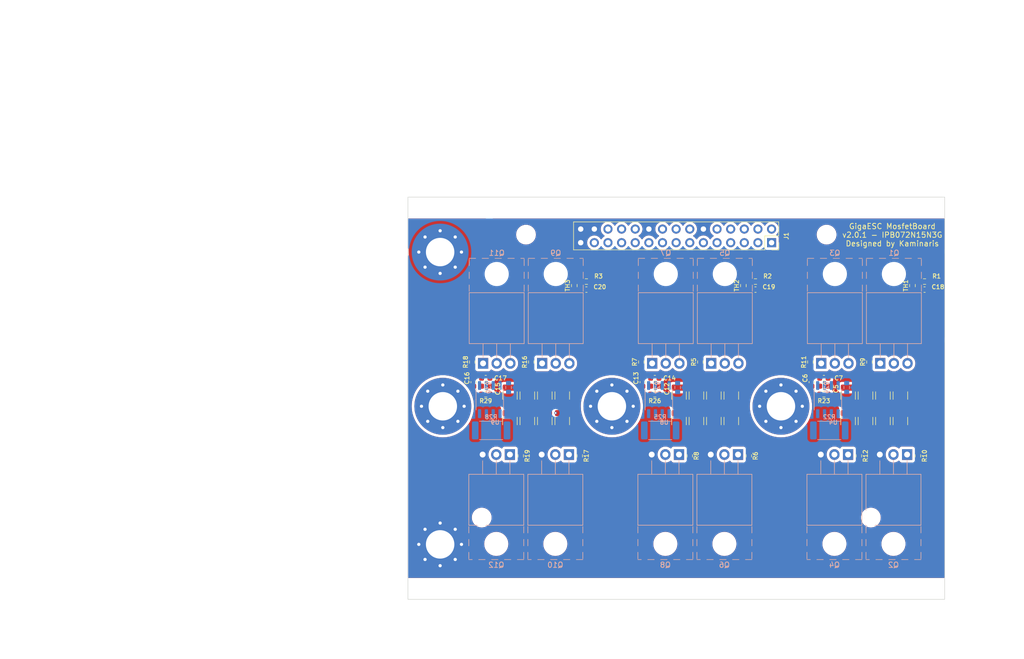
<source format=kicad_pcb>
(kicad_pcb (version 20240108) (generator "pcbnew") (generator_version "8.0")
  (layers (0 "F.Cu" signal) (31 "B.Cu" signal) (34 "B.Paste" user) (35 "F.Paste" user) (36 "B.SilkS" user "B.Silkscreen") (37 "F.SilkS" user "F.Silkscreen") (38 "B.Mask" user) (39 "F.Mask" user) (44 "Edge.Cuts" user))
  (net 0 "")
  (net 1 "Net-(C1-Pad2)")
  (net 2 "Net-(C25-Pad2)")
  (net 3 "Net-(C8-Pad2)")
  (net 4 "Net-(C26-Pad2)")
  (net 5 "Net-(C28-Pad2)")
  (net 6 "Net-(C31-Pad2)")
  (net 7 "Net-(J1-Pin_1)")
  (net 8 "-BATT")
  (net 9 "/3.3V")
  (net 11 "/PhaseMosfets1/MOS_TEMP")
  (net 13 "/PhaseMosfets2/MOS_TEMP")
  (net 14 "/5V")
  (net 15 "/PH1")
  (net 16 "/PHASE1")
  (net 17 "+BATT")
  (net 18 "Net-(C33-Pad2)")
  (net 19 "Net-(C4-Pad1)")
  (net 20 "Net-(C50-Pad2)")
  (net 21 "Net-(C10-Pad2)")
  (net 22 "Net-(C52-Pad2)")
  (net 23 "Net-(C54-Pad2)")
  (net 25 "/PhaseMosfets3/MOS_TEMP")
  (net 27 "Net-(Q3-G)")
  (net 28 "Net-(Q1-G)")
  (net 29 "Net-(Q2-G)")
  (net 30 "Net-(Q4-G)")
  (net 31 "Net-(Q5-G)")
  (net 32 "Net-(Q7-G)")
  (net 33 "Net-(Q8-G)")
  (net 34 "Net-(Q9-G)")
  (net 35 "Net-(Q10-G)")
  (net 36 "Net-(Q6-G)")
  (net 37 "Net-(Q11-G)")
  (net 38 "Net-(Q12-G)")
  (net 39 "/PhaseMosfets1/PHASE_OUT")
  (net 40 "/PhaseMosfets2/PHASE_OUT")
  (net 41 "/PhaseMosfets3/PHASE_OUT")
  (net 42 "/PhaseMosfets1/SH-")
  (net 43 "/PL1")
  (net 44 "/PhaseMosfets1/SH+")
  (net 45 "/PH2")
  (net 46 "/PHASE2")
  (net 47 "/PhaseMosfets2/SH-")
  (net 48 "/PL2")
  (net 49 "/PhaseMosfets2/SH+")
  (net 50 "/PH3")
  (net 51 "/PHASE3")
  (net 52 "/PhaseMosfets3/SH-")
  (net 53 "/PL3")
  (net 54 "/PhaseMosfets3/SH+")
  (net 55 "Net-(U4-VIOUT)")
  (net 56 "Net-(U8-VIOUT)")
  (net 57 "Net-(U9-VIOUT)")
  (net 58 "Net-(U4-FILTER)")
  (net 59 "Net-(U8-FILTER)")
  (net 60 "Net-(U9-FILTER)")
  (footprint "MountingHole:MountingHole_3.2mm_M3_ISO14580" (layer "F.Cu") (at 192.25 113.75)
    (property "Reference" "H9" (hide yes))
    (property "Value" "MountingHole")
    (pad "" np_thru_hole circle (at 0 0) (size 3.2 3.2) (drill 3.2) (layers "*.Cu" "*.Mask"))
  )
  (footprint "Capacitor_SMD:C_1210_3225Metric" (layer "F.Cu") (at 163 95.75 -90)
    (property "Reference" "C11" (hide yes))
    (property "Value" "10u 100V")
    (pad "1" smd roundrect (at -1.475 0 270) (size 1.15 2.7) (layers "F.Cu" "F.Paste" "F.Mask") (roundrect_rratio 0.2173913043) (net 21 "Net-(C10-Pad2)"))
    (pad "2" smd roundrect (at 1.475 0 270) (size 1.15 2.7) (layers "F.Cu" "F.Paste" "F.Mask") (roundrect_rratio 0.2173913043) (net 8 "-BATT"))
  )
  (footprint "MountingHole:MountingHole_5.3mm_M5_Pad_Via" (layer "F.Cu") (at 175.5 93)
    (property "Reference" "H1" (hide yes))
    (property "Value" "MountingHole_Pad")
    (pad "1" thru_hole circle (at -3.975 0) (size 0.9 0.9) (drill 0.6) (layers "*.Cu" "*.Mask") (net 39 "/PhaseMosfets1/PHASE_OUT"))
    (pad "1" thru_hole circle (at -2.810749 -2.810749) (size 0.9 0.9) (drill 0.6) (layers "*.Cu" "*.Mask") (net 39 "/PhaseMosfets1/PHASE_OUT"))
    (pad "1" thru_hole circle (at -2.810749 2.810749) (size 0.9 0.9) (drill 0.6) (layers "*.Cu" "*.Mask") (net 39 "/PhaseMosfets1/PHASE_OUT"))
    (pad "1" thru_hole circle (at 0 -3.975) (size 0.9 0.9) (drill 0.6) (layers "*.Cu" "*.Mask") (net 39 "/PhaseMosfets1/PHASE_OUT"))
    (pad "1" thru_hole circle (at 0 0) (size 10.6 10.6) (drill 5.3) (layers "*.Cu" "*.Mask") (net 39 "/PhaseMosfets1/PHASE_OUT"))
    (pad "1" thru_hole circle (at 0 3.975) (size 0.9 0.9) (drill 0.6) (layers "*.Cu" "*.Mask") (net 39 "/PhaseMosfets1/PHASE_OUT"))
    (pad "1" thru_hole circle (at 2.810749 -2.810749) (size 0.9 0.9) (drill 0.6) (layers "*.Cu" "*.Mask") (net 39 "/PhaseMosfets1/PHASE_OUT"))
    (pad "1" thru_hole circle (at 2.810749 2.810749) (size 0.9 0.9) (drill 0.6) (layers "*.Cu" "*.Mask") (net 39 "/PhaseMosfets1/PHASE_OUT"))
    (pad "1" thru_hole circle (at 3.975 0) (size 0.9 0.9) (drill 0.6) (layers "*.Cu" "*.Mask") (net 39 "/PhaseMosfets1/PHASE_OUT"))
  )
  (footprint "Resistor_SMD:R_0603_1608Metric" (layer "F.Cu") (at 192 84.75 -90)
    (property "Reference" "R9" (at 0 1.25 -90) (layer "F.SilkS") (effects (font (size 0.8 0.8))))
    (property "Value" "2.2")
    (pad "1" smd roundrect (at -0.825 0 270) (size 0.8 0.95) (layers "F.Cu" "F.Paste" "F.Mask") (net 15 "/PH1"))
    (pad "2" smd roundrect (at 0.825 0 270) (size 0.8 0.95) (layers "F.Cu" "F.Paste" "F.Mask") (net 28 "Net-(Q1-G)"))
  )
  (footprint "Capacitor_SMD:C_0603_1608Metric" (layer "F.Cu") (at 183.5 87.75 180)
    (property "Reference" "C7" (at -2.75 0 0) (layer "F.SilkS") (effects (font (size 0.8 0.8))))
    (property "Value" "1n")
    (pad "1" smd roundrect (at -0.775 0 180) (size 0.9 0.95) (layers "F.Cu" "F.Paste" "F.Mask") (net 55 "Net-(U4-VIOUT)"))
    (pad "2" smd roundrect (at 0.775 0 180) (size 0.9 0.95) (layers "F.Cu" "F.Paste" "F.Mask") (net 42 "/PhaseMosfets1/SH-"))
  )
  (footprint "Capacitor_SMD:C_0603_1608Metric" (layer "F.Cu") (at 181.25 88.5 90)
    (property "Reference" "C6" (at 0.75 -1.25 90) (layer "F.SilkS") (effects (font (size 0.8 0.8))))
    (property "Value" "10n")
    (pad "1" smd roundrect (at -0.775 0 90) (size 0.9 0.95) (layers "F.Cu" "F.Paste" "F.Mask") (net 58 "Net-(U4-FILTER)"))
    (pad "2" smd roundrect (at 0.775 0 90) (size 0.9 0.95) (layers "F.Cu" "F.Paste" "F.Mask") (net 42 "/PhaseMosfets1/SH-"))
  )
  (footprint "Capacitor_SMD:C_1210_3225Metric" (layer "F.Cu") (at 191.25 91 -90)
    (property "Reference" "C50" (hide yes))
    (property "Value" "10u 100V")
    (pad "1" smd roundrect (at -1.475 0 270) (size 1.15 2.7) (layers "F.Cu" "F.Paste" "F.Mask") (roundrect_rratio 0.2173913043) (net 17 "+BATT"))
    (pad "2" smd roundrect (at 1.475 0 270) (size 1.15 2.7) (layers "F.Cu" "F.Paste" "F.Mask") (roundrect_rratio 0.2173913043) (net 20 "Net-(C50-Pad2)"))
  )
  (footprint "Resistor_SMD:R_0603_1608Metric" (layer "F.Cu") (at 118 84.75 -90)
    (property "Reference" "R18" (at 0 1.25 -90) (layer "F.SilkS") (effects (font (size 0.8 0.8))))
    (property "Value" "2.2")
    (pad "1" smd roundrect (at -0.825 0 270) (size 0.8 0.95) (layers "F.Cu" "F.Paste" "F.Mask") (net 50 "/PH3"))
    (pad "2" smd roundrect (at 0.825 0 270) (size 0.8 0.95) (layers "F.Cu" "F.Paste" "F.Mask") (net 37 "Net-(Q11-G)"))
  )
  (footprint "Capacitor_SMD:C_1210_3225Metric" (layer "F.Cu") (at 163 91 -90)
    (property "Reference" "C10" (hide yes))
    (property "Value" "10u 100V")
    (pad "1" smd roundrect (at -1.475 0 270) (size 1.15 2.7) (layers "F.Cu" "F.Paste" "F.Mask") (roundrect_rratio 0.2173913043) (net 17 "+BATT"))
    (pad "2" smd roundrect (at 1.475 0 270) (size 1.15 2.7) (layers "F.Cu" "F.Paste" "F.Mask") (roundrect_rratio 0.2173913043) (net 21 "Net-(C10-Pad2)"))
  )
  (footprint "Resistor_SMD:R_0603_1608Metric" (layer "F.Cu") (at 169.5 102.25 -90)
    (property "Reference" "R6" (at 0 -1.25 -90) (layer "F.SilkS") (effects (font (size 0.8 0.8))))
    (property "Value" "2.2")
    (pad "1" smd roundrect (at -0.825 0 270) (size 0.8 0.95) (layers "F.Cu" "F.Paste" "F.Mask") (net 48 "/PL2"))
    (pad "2" smd roundrect (at 0.825 0 270) (size 0.8 0.95) (layers "F.Cu" "F.Paste" "F.Mask") (net 36 "Net-(Q6-G)"))
  )
  (footprint "Capacitor_SMD:C_1210_3225Metric" (layer "F.Cu") (at 188 91 -90)
    (property "Reference" "C28" (hide yes))
    (property "Value" "10u 100V")
    (pad "1" smd roundrect (at -1.475 0 270) (size 1.15 2.7) (layers "F.Cu" "F.Paste" "F.Mask") (roundrect_rratio 0.2173913043) (net 17 "+BATT"))
    (pad "2" smd roundrect (at 1.475 0 270) (size 1.15 2.7) (layers "F.Cu" "F.Paste" "F.Mask") (roundrect_rratio 0.2173913043) (net 5 "Net-(C28-Pad2)"))
  )
  (footprint "MountingHole:MountingHole_3.2mm_M3_ISO14580" (layer "F.Cu") (at 184 61)
    (property "Reference" "H7" (hide yes))
    (property "Value" "MountingHole")
    (pad "" np_thru_hole circle (at 0 0) (size 3.2 3.2) (drill 3.2) (layers "*.Cu" "*.Mask"))
  )
  (footprint "MountingHole:MountingHole_5.3mm_M5_Pad_Via" (layer "F.Cu") (at 112 118.75)
    (property "Reference" "H4" (hide yes))
    (property "Value" "MountingHole_Pad")
    (pad "1" thru_hole circle (at -3.975 0) (size 0.9 0.9) (drill 0.6) (layers "*.Cu" "*.Mask") (net 8 "-BATT"))
    (pad "1" thru_hole circle (at -2.810749 -2.810749) (size 0.9 0.9) (drill 0.6) (layers "*.Cu" "*.Mask") (net 8 "-BATT"))
    (pad "1" thru_hole circle (at -2.810749 2.810749) (size 0.9 0.9) (drill 0.6) (layers "*.Cu" "*.Mask") (net 8 "-BATT"))
    (pad "1" thru_hole circle (at 0 -3.975) (size 0.9 0.9) (drill 0.6) (layers "*.Cu" "*.Mask") (net 8 "-BATT"))
    (pad "1" thru_hole circle (at 0 0) (size 10.6 10.6) (drill 5.3) (layers "*.Cu" "*.Mask") (net 8 "-BATT"))
    (pad "1" thru_hole circle (at 0 3.975) (size 0.9 0.9) (drill 0.6) (layers "*.Cu" "*.Mask") (net 8 "-BATT"))
    (pad "1" thru_hole circle (at 2.810749 -2.810749) (size 0.9 0.9) (drill 0.6) (layers "*.Cu" "*.Mask") (net 8 "-BATT"))
    (pad "1" thru_hole circle (at 2.810749 2.810749) (size 0.9 0.9) (drill 0.6) (layers "*.Cu" "*.Mask") (net 8 "-BATT"))
    (pad "1" thru_hole circle (at 3.975 0) (size 0.9 0.9) (drill 0.6) (layers "*.Cu" "*.Mask") (net 8 "-BATT"))
  )
  (footprint "Capacitor_SMD:C_0603_1608Metric" (layer "F.Cu") (at 152 87.75 180)
    (property "Reference" "C14" (at -2.75 0 0) (layer "F.SilkS") (effects (font (size 0.8 0.8))))
    (property "Value" "1n")
    (pad "1" smd roundrect (at -0.775 0 180) (size 0.9 0.95) (layers "F.Cu" "F.Paste" "F.Mask") (net 56 "Net-(U8-VIOUT)"))
    (pad "2" smd roundrect (at 0.775 0 180) (size 0.9 0.95) (layers "F.Cu" "F.Paste" "F.Mask") (net 47 "/PhaseMosfets2/SH-"))
  )
  (footprint "Resistor_SMD:R_0603_1608Metric" (layer "F.Cu") (at 201 102.25 -90)
    (property "Reference" "R10" (at 0 -1.25 -90) (layer "F.SilkS") (effects (font (size 0.8 0.8))))
    (property "Value" "2.2")
    (pad "1" smd roundrect (at -0.825 0 270) (size 0.8 0.95) (layers "F.Cu" "F.Paste" "F.Mask") (net 43 "/PL1"))
    (pad "2" smd roundrect (at 0.825 0 270) (size 0.8 0.95) (layers "F.Cu" "F.Paste" "F.Mask") (net 29 "Net-(Q2-G)"))
  )
  (footprint "Resistor_SMD:R_0603_1608Metric" (layer "F.Cu") (at 158.5 102.25 -90)
    (property "Reference" "R8" (at 0 -1.25 -90) (layer "F.SilkS") (effects (font (size 0.8 0.8))))
    (property "Value" "2.2")
    (pad "1" smd roundrect (at -0.825 0 270) (size 0.8 0.95) (layers "F.Cu" "F.Paste" "F.Mask") (net 48 "/PL2"))
    (pad "2" smd roundrect (at 0.825 0 270) (size 0.8 0.95) (layers "F.Cu" "F.Paste" "F.Mask") (net 33 "Net-(Q8-G)"))
  )
  (footprint "Capacitor_SMD:C_0603_1608Metric" (layer "F.Cu") (at 152 89.25)
    (property "Reference" "C12" (at 2.25 0.5 90) (layer "F.SilkS") (effects (font (size 0.8 0.8))))
    (property "Value" "100n")
    (pad "1" smd roundrect (at -0.775 0) (size 0.9 0.95) (layers "F.Cu" "F.Paste" "F.Mask") (net 47 "/PhaseMosfets2/SH-"))
    (pad "2" smd roundrect (at 0.775 0) (size 0.9 0.95) (layers "F.Cu" "F.Paste" "F.Mask") (net 14 "/5V"))
  )
  (footprint "Resistor_SMD:R_0603_1608Metric" (layer "F.Cu") (at 181 84.75 -90)
    (property "Reference" "R11" (at 0 1.25 -90) (layer "F.SilkS") (effects (font (size 0.8 0.8))))
    (property "Value" "2.2")
    (pad "1" smd roundrect (at -0.825 0 270) (size 0.8 0.95) (layers "F.Cu" "F.Paste" "F.Mask") (net 15 "/PH1"))
    (pad "2" smd roundrect (at 0.825 0 270) (size 0.8 0.95) (layers "F.Cu" "F.Paste" "F.Mask") (net 27 "Net-(Q3-G)"))
  )
  (footprint "Capacitor_SMD:C_1210_3225Metric" (layer "F.Cu") (at 197.75 95.75 -90)
    (property "Reference" "C2" (hide yes))
    (property "Value" "10u 100V")
    (pad "1" smd roundrect (at -1.475 0 270) (size 1.15 2.7) (layers "F.Cu" "F.Paste" "F.Mask") (roundrect_rratio 0.2173913043) (net 1 "Net-(C1-Pad2)"))
    (pad "2" smd roundrect (at 1.475 0 270) (size 1.15 2.7) (layers "F.Cu" "F.Paste" "F.Mask") (roundrect_rratio 0.2173913043) (net 8 "-BATT"))
  )
  (footprint "Resistor_SMD:R_0603_1608Metric" (layer "F.Cu") (at 183.5 90.75 180)
    (property "Reference" "R23" (at 0 -1.25 0) (layer "F.SilkS") (effects (font (size 0.8 0.8))))
    (property "Value" "4.7k")
    (pad "1" smd roundrect (at -0.825 0 180) (size 0.8 0.95) (layers "F.Cu" "F.Paste" "F.Mask") (net 44 "/PhaseMosfets1/SH+"))
    (pad "2" smd roundrect (at 0.825 0 180) (size 0.8 0.95) (layers "F.Cu" "F.Paste" "F.Mask") (net 55 "Net-(U4-VIOUT)"))
  )
  (footprint "Resistor_SMD:R_0603_1608Metric" (layer "F.Cu") (at 200 70.5 -90)
    (property "Reference" "TH1" (at 0 1.25 90) (layer "F.SilkS") (effects (font (size 0.8 0.8))))
    (property "Value" "NCP18XH103F03RB")
    (pad "1" smd roundrect (at -0.825 0 270) (size 0.8 0.95) (layers "F.Cu" "F.Paste" "F.Mask") (net 9 "/3.3V"))
    (pad "2" smd roundrect (at 0.825 0 270) (size 0.8 0.95) (layers "F.Cu" "F.Paste" "F.Mask") (net 11 "/PhaseMosfets1/MOS_TEMP"))
  )
  (footprint "Capacitor_SMD:C_1210_3225Metric" (layer "F.Cu") (at 131.5 95.75 -90)
    (property "Reference" "C27" (hide yes))
    (property "Value" "10u 100V")
    (pad "1" smd roundrect (at -1.475 0 270) (size 1.15 2.7) (layers "F.Cu" "F.Paste" "F.Mask") (roundrect_rratio 0.2173913043) (net 4 "Net-(C26-Pad2)"))
    (pad "2" smd roundrect (at 1.475 0 270) (size 1.15 2.7) (layers "F.Cu" "F.Paste" "F.Mask") (roundrect_rratio 0.2173913043) (net 8 "-BATT"))
  )
  (footprint "MountingHole:MountingHole_5.3mm_M5_Pad_Via" (layer "F.Cu") (at 112.5 93)
    (property "Reference" "H3" (hide yes))
    (property "Value" "MountingHole_Pad")
    (pad "1" thru_hole circle (at -3.975 0) (size 0.9 0.9) (drill 0.6) (layers "*.Cu" "*.Mask") (net 41 "/PhaseMosfets3/PHASE_OUT"))
    (pad "1" thru_hole circle (at -2.810749 -2.810749) (size 0.9 0.9) (drill 0.6) (layers "*.Cu" "*.Mask") (net 41 "/PhaseMosfets3/PHASE_OUT"))
    (pad "1" thru_hole circle (at -2.810749 2.810749) (size 0.9 0.9) (drill 0.6) (layers "*.Cu" "*.Mask") (net 41 "/PhaseMosfets3/PHASE_OUT"))
    (pad "1" thru_hole circle (at 0 -3.975) (size 0.9 0.9) (drill 0.6) (layers "*.Cu" "*.Mask") (net 41 "/PhaseMosfets3/PHASE_OUT"))
    (pad "1" thru_hole circle (at 0 0) (size 10.6 10.6) (drill 5.3) (layers "*.Cu" "*.Mask") (net 41 "/PhaseMosfets3/PHASE_OUT"))
    (pad "1" thru_hole circle (at 0 3.975) (size 0.9 0.9) (drill 0.6) (layers "*.Cu" "*.Mask") (net 41 "/PhaseMosfets3/PHASE_OUT"))
    (pad "1" thru_hole circle (at 2.810749 -2.810749) (size 0.9 0.9) (drill 0.6) (layers "*.Cu" "*.Mask") (net 41 "/PhaseMosfets3/PHASE_OUT"))
    (pad "1" thru_hole circle (at 2.810749 2.810749) (size 0.9 0.9) (drill 0.6) (layers "*.Cu" "*.Mask") (net 41 "/PhaseMosfets3/PHASE_OUT"))
    (pad "1" thru_hole circle (at 3.975 0) (size 0.9 0.9) (drill 0.6) (layers "*.Cu" "*.Mask") (net 41 "/PhaseMosfets3/PHASE_OUT"))
  )
  (footprint "Capacitor_SMD:C_1210_3225Metric" (layer "F.Cu") (at 156.5 95.75 -90)
    (property "Reference" "C32" (hide yes))
    (property "Value" "10u 100V")
    (pad "1" smd roundrect (at -1.475 0 270) (size 1.15 2.7) (layers "F.Cu" "F.Paste" "F.Mask") (roundrect_rratio 0.2173913043) (net 6 "Net-(C31-Pad2)"))
    (pad "2" smd roundrect (at 1.475 0 270) (size 1.15 2.7) (layers "F.Cu" "F.Paste" "F.Mask") (roundrect_rratio 0.2173913043) (net 8 "-BATT"))
  )
  (footprint "Capacitor_SMD:C_1210_3225Metric" (layer "F.Cu") (at 125 95.75 -90)
    (property "Reference" "C49" (hide yes))
    (property "Value" "10u 100V")
    (pad "1" smd roundrect (at -1.475 0 270) (size 1.15 2.7) (layers "F.Cu" "F.Paste" "F.Mask") (roundrect_rratio 0.2173913043) (net 18 "Net-(C33-Pad2)"))
    (pad "2" smd roundrect (at 1.475 0 270) (size 1.15 2.7) (layers "F.Cu" "F.Paste" "F.Mask") (roundrect_rratio 0.2173913043) (net 8 "-BATT"))
  )
  (footprint "Capacitor_SMD:C_0603_1608Metric" (layer "F.Cu") (at 120.5 87.75 180)
    (property "Reference" "C17" (at -2.75 0 0) (layer "F.SilkS") (effects (font (size 0.8 0.8))))
    (property "Value" "1n")
    (pad "1" smd roundrect (at -0.775 0 180) (size 0.9 0.95) (layers "F.Cu" "F.Paste" "F.Mask") (net 57 "Net-(U9-VIOUT)"))
    (pad "2" smd roundrect (at 0.775 0 180) (size 0.9 0.95) (layers "F.Cu" "F.Paste" "F.Mask") (net 52 "/PhaseMosfets3/SH-"))
  )
  (footprint "Resistor_SMD:R_0603_1608Metric" (layer "F.Cu") (at 120.5 90.75 180)
    (property "Reference" "R29" (at 0 -1.25 0) (layer "F.SilkS") (effects (font (size 0.8 0.8))))
    (property "Value" "4.7k")
    (pad "1" smd roundrect (at -0.825 0 180) (size 0.8 0.95) (layers "F.Cu" "F.Paste" "F.Mask") (net 54 "/PhaseMosfets3/SH+"))
    (pad "2" smd roundrect (at 0.825 0 180) (size 0.8 0.95) (layers "F.Cu" "F.Paste" "F.Mask") (net 57 "Net-(U9-VIOUT)"))
  )
  (footprint "Capacitor_SMD:C_0603_1608Metric" (layer "F.Cu") (at 183.5 89.25)
    (property "Reference" "C5" (at 2.25 0.5 90) (layer "F.SilkS") (effects (font (size 0.8 0.8))))
    (property "Value" "100n")
    (pad "1" smd roundrect (at -0.775 0) (size 0.9 0.95) (layers "F.Cu" "F.Paste" "F.Mask") (net 42 "/PhaseMosfets1/SH-"))
    (pad "2" smd roundrect (at 0.775 0) (size 0.9 0.95) (layers "F.Cu" "F.Paste" "F.Mask") (net 14 "/5V"))
  )
  (footprint "Capacitor_SMD:C_1210_3225Metric" (layer "F.Cu") (at 159.75 91 -90)
    (property "Reference" "C52" (hide yes))
    (property "Value" "10u 100V")
    (pad "1" smd roundrect (at -1.475 0 270) (size 1.15 2.7) (layers "F.Cu" "F.Paste" "F.Mask") (roundrect_rratio 0.2173913043) (net 17 "+BATT"))
    (pad "2" smd roundrect (at 1.475 0 270) (size 1.15 2.7) (layers "F.Cu" "F.Paste" "F.Mask") (roundrect_rratio 0.2173913043) (net 22 "Net-(C52-Pad2)"))
  )
  (footprint "Connector_PinSocket_2.54mm:PinSocket_2x15_P2.54mm_Vertical" (layer "F.Cu") (at 173.75 62.5 -90)
    (property "Reference" "J1" (at -1.25 -2.75 90) (layer "F.SilkS") (effects (font (size 0.8 0.8))))
    (property "Value" "LogicConnector")
    (pad "1" thru_hole rect (at 0 0 270) (size 1.7 1.7) (drill 1) (layers "*.Cu" "*.Mask") (net 7 "Net-(J1-Pin_1)"))
    (pad "2" thru_hole oval (at -2.54 0 270) (size 1.7 1.7) (drill 1) (layers "*.Cu" "*.Mask") (net 9 "/3.3V"))
    (pad "3" thru_hole oval (at 0 2.54 270) (size 1.7 1.7) (drill 1) (layers "*.Cu" "*.Mask"))
    (pad "4" thru_hole oval (at -2.54 2.54 270) (size 1.7 1.7) (drill 1) (layers "*.Cu" "*.Mask") (net 14 "/5V"))
    (pad "5" thru_hole oval (at 0 5.08 270) (size 1.7 1.7) (drill 1) (layers "*.Cu" "*.Mask") (net 11 "/PhaseMosfets1/MOS_TEMP"))
    (pad "6" thru_hole oval (at -2.54 5.08 270) (size 1.7 1.7) (drill 1) (layers "*.Cu" "*.Mask") (net 15 "/PH1"))
    (pad "7" thru_hole oval (at 0 7.62 270) (size 1.7 1.7) (drill 1) (layers "*.Cu" "*.Mask"))
    (pad "8" thru_hole oval (at -2.54 7.62 270) (size 1.7 1.7) (drill 1) (layers "*.Cu" "*.Mask") (net 16 "/PHASE1"))
    (pad "9" thru_hole oval (at 0 10.16 270) (size 1.7 1.7) (drill 1) (layers "*.Cu" "*.Mask") (net 42 "/PhaseMosfets1/SH-"))
    (pad "10" thru_hole oval (at -2.54 10.16 270) (size 1.7 1.7) (drill 1) (layers "*.Cu" "*.Mask") (net 43 "/PL1"))
    (pad "11" thru_hole oval (at 0 12.7 270) (size 1.7 1.7) (drill 1) (layers "*.Cu" "*.Mask") (net 44 "/PhaseMosfets1/SH+"))
    (pad "12" thru_hole oval (at -2.54 12.7 270) (size 1.7 1.7) (drill 1) (layers "*.Cu" "*.Mask") (net 8 "-BATT"))
    (pad "13" thru_hole oval (at 0 15.24 270) (size 1.7 1.7) (drill 1) (layers "*.Cu" "*.Mask") (net 13 "/PhaseMosfets2/MOS_TEMP"))
    (pad "14" thru_hole oval (at -2.54 15.24 270) (size 1.7 1.7) (drill 1) (layers "*.Cu" "*.Mask") (net 45 "/PH2"))
    (pad "15" thru_hole oval (at 0 17.78 270) (size 1.7 1.7) (drill 1) (layers "*.Cu" "*.Mask"))
    (pad "16" thru_hole oval (at -2.54 17.78 270) (size 1.7 1.7) (drill 1) (layers "*.Cu" "*.Mask") (net 46 "/PHASE2"))
    (pad "17" thru_hole oval (at 0 20.32 270) (size 1.7 1.7) (drill 1) (layers "*.Cu" "*.Mask") (net 47 "/PhaseMosfets2/SH-"))
    (pad "18" thru_hole oval (at -2.54 20.32 270) (size 1.7 1.7) (drill 1) (layers "*.Cu" "*.Mask") (net 48 "/PL2"))
    (pad "19" thru_hole oval (at 0 22.86 270) (size 1.7 1.7) (drill 1) (layers "*.Cu" "*.Mask") (net 49 "/PhaseMosfets2/SH+"))
    (pad "20" thru_hole oval (at -2.54 22.86 270) (size 1.7 1.7) (drill 1) (layers "*.Cu" "*.Mask") (net 8 "-BATT"))
    (pad "21" thru_hole oval (at 0 25.4 270) (size 1.7 1.7) (drill 1) (layers "*.Cu" "*.Mask") (net 25 "/PhaseMosfets3/MOS_TEMP"))
    (pad "22" thru_hole oval (at -2.54 25.4 270) (size 1.7 1.7) (drill 1) (layers "*.Cu" "*.Mask") (net 50 "/PH3"))
    (pad "23" thru_hole oval (at 0 27.94 270) (size 1.7 1.7) (drill 1) (layers "*.Cu" "*.Mask"))
    (pad "24" thru_hole oval (at -2.54 27.94 270) (size 1.7 1.7) (drill 1) (layers "*.Cu" "*.Mask") (net 51 "/PHASE3"))
    (pad "25" thru_hole oval (at 0 30.48 270) (size 1.7 1.7) (drill 1) (layers "*.Cu" "*.Mask") (net 52 "/PhaseMosfets3/SH-"))
    (pad "26" thru_hole oval (at -2.54 30.48 270) (size 1.7 1.7) (drill 1) (layers "*.Cu" "*.Mask") (net 53 "/PL3"))
    (pad "27" thru_hole oval (at 0 33.02 270) (size 1.7 1.7) (drill 1) (layers "*.Cu" "*.Mask") (net 54 "/PhaseMosfets3/SH+"))
    (pad "28" thru_hole oval (at -2.54 33.02 270) (size 1.7 1.7) (drill 1) (layers "*.Cu" "*.Mask") (net 8 "-BATT"))
    (pad "29" thru_hole oval (at 0 35.56 270) (size 1.7 1.7) (drill 1) (layers "*.Cu" "*.Mask") (net 8 "-BATT"))
    (pad "30" thru_hole oval (at -2.54 35.56 270) (size 1.7 1.7) (drill 1) (layers "*.Cu" "*.Mask") (net 8 "-BATT"))
  )
  (footprint "Capacitor_SMD:C_0603_1608Metric" (layer "F.Cu") (at 202.25 71.25)
    (property "Reference" "C18" (at 2.5 -0.5 0) (layer "F.SilkS") (effects (font (size 0.8 0.8))))
    (property "Value" "1u")
    (pad "1" smd roundrect (at -0.775 0) (size 0.9 0.95) (layers "F.Cu" "F.Paste" "F.Mask") (net 11 "/PhaseMosfets1/MOS_TEMP"))
    (pad "2" smd roundrect (at 0.775 0) (size 0.9 0.95) (layers "F.Cu" "F.Paste" "F.Mask") (net 8 "-BATT"))
  )
  (footprint "Capacitor_SMD:C_1210_3225Metric" (layer "F.Cu") (at 194.5 95.75 -90)
    (property "Reference" "C9" (hide yes))
    (property "Value" "10u 100V")
    (pad "1" smd roundrect (at -1.475 0 270) (size 1.15 2.7) (layers "F.Cu" "F.Paste" "F.Mask") (roundrect_rratio 0.2173913043) (net 3 "Net-(C8-Pad2)"))
    (pad "2" smd roundrect (at 1.475 0 270) (size 1.15 2.7) (layers "F.Cu" "F.Paste" "F.Mask") (roundrect_rratio 0.2173913043) (net 8 "-BATT"))
  )
  (footprint "Resistor_SMD:R_0603_1608Metric" (layer "F.Cu") (at 168.5 70.5 -90)
    (property "Reference" "TH2" (at 0 1.25 90) (layer "F.SilkS") (effects (font (size 0.8 0.8))))
    (property "Value" "NCP18XH103F03RB")
    (pad "1" smd roundrect (at -0.825 0 270) (size 0.8 0.95) (layers "F.Cu" "F.Paste" "F.Mask") (net 9 "/3.3V"))
    (pad "2" smd roundrect (at 0.825 0 270) (size 0.8 0.95) (layers "F.Cu" "F.Paste" "F.Mask") (net 13 "/PhaseMosfets2/MOS_TEMP"))
  )
  (footprint "Capacitor_SMD:C_1210_3225Metric" (layer "F.Cu") (at 134.75 91 -90)
    (property "Reference" "C48" (hide yes))
    (property "Value" "10u 100V")
    (pad "1" smd roundrect (at -1.475 0 270) (size 1.15 2.7) (layers "F.Cu" "F.Paste" "F.Mask") (roundrect_rratio 0.2173913043) (net 17 "+BATT"))
    (pad "2" smd roundrect (at 1.475 0 270) (size 1.15 2.7) (layers "F.Cu" "F.Paste" "F.Mask") (roundrect_rratio 0.2173913043) (net 19 "Net-(C4-Pad1)"))
  )
  (footprint "Resistor_SMD:R_0603_1608Metric" (layer "F.Cu") (at 138 102.25 -90)
    (property "Reference" "R17" (at 0 -1.25 -90) (layer "F.SilkS") (effects (font (size 0.8 0.8))))
    (property "Value" "2.2")
    (pad "1" smd roundrect (at -0.825 0 270) (size 0.8 0.95) (layers "F.Cu" "F.Paste" "F.Mask") (net 53 "/PL3"))
    (pad "2" smd roundrect (at 0.825 0 270) (size 0.8 0.95) (layers "F.Cu" "F.Paste" "F.Mask") (net 35 "Net-(Q10-G)"))
  )
  (footprint "Capacitor_SMD:C_0603_1608Metric" (layer "F.Cu") (at 120.5 89.25)
    (property "Reference" "C15" (at 2.25 0.5 90) (layer "F.SilkS") (effects (font (size 0.8 0.8))))
    (property "Value" "100n")
    (pad "1" smd roundrect (at -0.775 0) (size 0.9 0.95) (layers "F.Cu" "F.Paste" "F.Mask") (net 52 "/PhaseMosfets3/SH-"))
    (pad "2" smd roundrect (at 0.775 0) (size 0.9 0.95) (layers "F.Cu" "F.Paste" "F.Mask") (net 14 "/5V"))
  )
  (footprint "Capacitor_SMD:C_0603_1608Metric" (layer "F.Cu") (at 139.25 71.25)
    (property "Reference" "C20" (at 2.5 -0.5 0) (layer "F.SilkS") (effects (font (size 0.8 0.8))))
    (property "Value" "1u")
    (pad "1" smd roundrect (at -0.775 0) (size 0.9 0.95) (layers "F.Cu" "F.Paste" "F.Mask") (net 25 "/PhaseMosfets3/MOS_TEMP"))
    (pad "2" smd roundrect (at 0.775 0) (size 0.9 0.95) (layers "F.Cu" "F.Paste" "F.Mask") (net 8 "-BATT"))
  )
  (footprint "Capacitor_SMD:C_1210_3225Metric" (layer "F.Cu") (at 166.25 91 -90)
    (property "Reference" "C25" (hide yes))
    (property "Value" "10u 100V")
    (pad "1" smd roundrect (at -1.475 0 270) (size 1.15 2.7) (layers "F.Cu" "F.Paste" "F.Mask") (roundrect_rratio 0.2173913043) (net 17 "+BATT"))
    (pad "2" smd roundrect (at 1.475 0 270) (size 1.15 2.7) (layers "F.Cu" "F.Paste" "F.Mask") (roundrect_rratio 0.2173913043) (net 2 "Net-(C25-Pad2)"))
  )
  (footprint "Resistor_SMD:R_0603_1608Metric" (layer "F.Cu") (at 190 102.25 -90)
    (property "Reference" "R12" (at 0 -1.25 -90) (layer "F.SilkS") (effects (font (size 0.8 0.8))))
    (property "Value" "2.2")
    (pad "1" smd roundrect (at -0.825 0 270) (size 0.8 0.95) (layers "F.Cu" "F.Paste" "F.Mask") (net 43 "/PL1"))
    (pad "2" smd roundrect (at 0.825 0 270) (size 0.8 0.95) (layers "F.Cu" "F.Paste" "F.Mask") (net 30 "Net-(Q4-G)"))
  )
  (footprint "Capacitor_SMD:C_1210_3225Metric" (layer "F.Cu") (at 128.25 95.75 -90)
    (property "Reference" "C55" (hide yes))
    (property "Value" "10u 100V")
    (pad "1" smd roundrect (at -1.475 0 270) (size 1.15 2.7) (layers "F.Cu" "F.Paste" "F.Mask") (roundrect_rratio 0.2173913043) (net 23 "Net-(C54-Pad2)"))
    (pad "2" smd roundrect (at 1.475 0 270) (size 1.15 2.7) (layers "F.Cu" "F.Paste" "F.Mask") (roundrect_rratio 0.2173913043) (net 8 "-BATT"))
  )
  (footprint "Capacitor_SMD:C_1210_3225Metric" (layer "F.Cu") (at 197.75 91 -90)
    (property "Reference" "C1" (hide yes))
    (property "Value" "10u 100V")
    (pad "1" smd roundrect (at -1.475 0 270) (size 1.15 2.7) (layers "F.Cu" "F.Paste" "F.Mask") (roundrect_rratio 0.2173913043) (net 17 "+BATT"))
    (pad "2" smd roundrect (at 1.475 0 270) (size 1.15 2.7) (layers "F.Cu" "F.Paste" "F.Mask") (roundrect_rratio 0.2173913043) (net 1 "Net-(C1-Pad2)"))
  )
  (footprint "MountingHole:MountingHole_5.3mm_M5_Pad_Via" (layer "F.Cu") (at 112 64.25)
    (property "Reference" "H5" (hide yes))
    (property "Value" "MountingHole_Pad")
    (pad "1" thru_hole circle (at -3.975 0) (size 0.9 0.9) (drill 0.6) (layers "*.Cu" "*.Mask") (net 17 "+BATT"))
    (pad "1" thru_hole circle (at -2.810749 -2.810749) (size 0.9 0.9) (drill 0.6) (layers "*.Cu" "*.Mask") (net 17 "+BATT"))
    (pad "1" thru_hole circle (at -2.810749 2.810749) (size 0.9 0.9) (drill 0.6) (layers "*.Cu" "*.Mask") (net 17 "+BATT"))
    (pad "1" thru_hole circle (at 0 -3.975) (size 0.9 0.9) (drill 0.6) (layers "*.Cu" "*.Mask") (net 17 "+BATT"))
    (pad "1" thru_hole circle (at 0 0) (size 10.6 10.6) (drill 5.3) (layers "*.Cu" "*.Mask") (net 17 "+BATT"))
    (pad "1" thru_hole circle (at 0 3.975) (size 0.9 0.9) (drill 0.6) (layers "*.Cu" "*.Mask") (net 17 "+BATT"))
    (pad "1" thru_hole circle (at 2.810749 -2.810749) (size 0.9 0.9) (drill 0.6) (layers "*.Cu" "*.Mask") (net 17 "+BATT"))
    (pad "1" thru_hole circle (at 2.810749 2.810749) (size 0.9 0.9) (drill 0.6) (layers "*.Cu" "*.Mask") (net 17 "+BATT"))
    (pad "1" thru_hole circle (at 3.975 0) (size 0.9 0.9) (drill 0.6) (layers "*.Cu" "*.Mask") (net 17 "+BATT"))
  )
  (footprint "MountingHole:MountingHole_5.3mm_M5_Pad_Via" (layer "F.Cu") (at 144 93)
    (property "Reference" "H2" (hide yes))
    (property "Value" "MountingHole_Pad")
    (pad "1" thru_hole circle (at -3.975 0) (size 0.9 0.9) (drill 0.6) (layers "*.Cu" "*.Mask") (net 40 "/PhaseMosfets2/PHASE_OUT"))
    (pad "1" thru_hole circle (at -2.810749 -2.810749) (size 0.9 0.9) (drill 0.6) (layers "*.Cu" "*.Mask") (net 40 "/PhaseMosfets2/PHASE_OUT"))
    (pad "1" thru_hole circle (at -2.810749 2.810749) (size 0.9 0.9) (drill 0.6) (layers "*.Cu" "*.Mask") (net 40 "/PhaseMosfets2/PHASE_OUT"))
    (pad "1" thru_hole circle (at 0 -3.975) (size 0.9 0.9) (drill 0.6) (layers "*.Cu" "*.Mask") (net 40 "/PhaseMosfets2/PHASE_OUT"))
    (pad "1" thru_hole circle (at 0 0) (size 10.6 10.6) (drill 5.3) (layers "*.Cu" "*.Mask") (net 40 "/PhaseMosfets2/PHASE_OUT"))
    (pad "1" thru_hole circle (at 0 3.975) (size 0.9 0.9) (drill 0.6) (layers "*.Cu" "*.Mask") (net 40 "/PhaseMosfets2/PHASE_OUT"))
    (pad "1" thru_hole circle (at 2.810749 -2.810749) (size 0.9 0.9) (drill 0.6) (layers "*.Cu" "*.Mask") (net 40 "/PhaseMosfets2/PHASE_OUT"))
    (pad "1" thru_hole circle (at 2.810749 2.810749) (size 0.9 0.9) (drill 0.6) (layers "*.Cu" "*.Mask") (net 40 "/PhaseMosfets2/PHASE_OUT"))
    (pad "1" thru_hole circle (at 3.975 0) (size 0.9 0.9) (drill 0.6) (layers "*.Cu" "*.Mask") (net 40 "/PhaseMosfets2/PHASE_OUT"))
  )
  (footprint "Capacitor_SMD:C_0603_1608Metric" (layer "F.Cu") (at 149.75 88.5 90)
    (property "Reference" "C13" (at 0.75 -1.25 90) (layer "F.SilkS") (effects (font (size 0.8 0.8))))
    (property "Value" "10n")
    (pad "1" smd roundrect (at -0.775 0 90) (size 0.9 0.95) (layers "F.Cu" "F.Paste" "F.Mask") (net 59 "Net-(U8-FILTER)"))
    (pad "2" smd roundrect (at 0.775 0 90) (size 0.9 0.95) (layers "F.Cu" "F.Paste" "F.Mask") (net 47 "/PhaseMosfets2/SH-"))
  )
  (footprint "Resistor_SMD:R_0603_1608Metric" (layer "F.Cu") (at 160.5 84.75 -90)
    (property "Reference" "R5" (at 0 1.25 -90) (layer "F.SilkS") (effects (font (size 0.8 0.8))))
    (property "Value" "2.2")
    (pad "1" smd roundrect (at -0.825 0 270) (size 0.8 0.95) (layers "F.Cu" "F.Paste" "F.Mask") (net 45 "/PH2"))
    (pad "2" smd roundrect (at 0.825 0 270) (size 0.8 0.95) (layers "F.Cu" "F.Paste" "F.Mask") (net 31 "Net-(Q5-G)"))
  )
  (footprint "Resistor_SMD:R_0603_1608Metric" (layer "F.Cu") (at 202.25 69.75)
    (property "Reference" "R1" (at 2.25 -1 0) (layer "F.SilkS") (effects (font (size 0.8 0.8))))
    (property "Value" "10k")
    (pad "1" smd roundrect (at -0.825 0) (size 0.8 0.95) (layers "F.Cu" "F.Paste" "F.Mask") (net 11 "/PhaseMosfets1/MOS_TEMP"))
    (pad "2" smd roundrect (at 0.825 0) (size 0.8 0.95) (layers "F.Cu" "F.Paste" "F.Mask") (net 8 "-BATT"))
  )
  (footprint "Capacitor_SMD:C_0603_1608Metric" (layer "F.Cu") (at 170.75 71.25)
    (property "Reference" "C19" (at 2.5 -0.5 0) (layer "F.SilkS") (effects (font (size 0.8 0.8))))
    (property "Value" "1u")
    (pad "1" smd roundrect (at -0.775 0) (size 0.9 0.95) (layers "F.Cu" "F.Paste" "F.Mask") (net 13 "/PhaseMosfets2/MOS_TEMP"))
    (pad "2" smd roundrect (at 0.775 0) (size 0.9 0.95) (layers "F.Cu" "F.Paste" "F.Mask") (net 8 "-BATT"))
  )
  (footprint "Resistor_SMD:R_0603_1608Metric" (layer "F.Cu") (at 152 90.75 180)
    (property "Reference" "R26" (at 0 -1.25 0) (layer "F.SilkS") (effects (font (size 0.8 0.8))))
    (property "Value" "4.7k")
    (pad "1" smd roundrect (at -0.825 0 180) (size 0.8 0.95) (layers "F.Cu" "F.Paste" "F.Mask") (net 49 "/PhaseMosfets2/SH+"))
    (pad "2" smd roundrect (at 0.825 0 180) (size 0.8 0.95) (layers "F.Cu" "F.Paste" "F.Mask") (net 56 "Net-(U8-VIOUT)"))
  )
  (footprint "Resistor_SMD:R_0603_1608Metric" (layer "F.Cu") (at 137 70.5 -90)
    (property "Reference" "TH3" (at 0 1.25 90) (layer "F.SilkS") (effects (font (size 0.8 0.8))))
    (property "Value" "NCP18XH103F03RB")
    (pad "1" smd roundrect (at -0.825 0 270) (size 0.8 0.95) (layers "F.Cu" "F.Paste" "F.Mask") (net 9 "/3.3V"))
    (pad "2" smd roundrect (at 0.825 0 270) (size 0.8 0.95) (layers "F.Cu" "F.Paste" "F.Mask") (net 25 "/PhaseMosfets3/MOS_TEMP"))
  )
  (footprint "Capacitor_SMD:C_1210_3225Metric" (layer "F.Cu") (at 128.25 91 -90)
    (property "Reference" "C54" (hide yes))
    (property "Value" "10u 100V")
    (pad "1" smd roundrect (at -1.475 0 270) (size 1.15 2.7) (layers "F.Cu" "F.Paste" "F.Mask") (roundrect_rratio 0.2173913043) (net 17 "+BATT"))
    (pad "2" smd roundrect (at 1.475 0 270) (size 1.15 2.7) (layers "F.Cu" "F.Paste" "F.Mask") (roundrect_rratio 0.2173913043) (net 23 "Net-(C54-Pad2)"))
  )
  (footprint "Capacitor_SMD:C_1210_3225Metric" (layer "F.Cu") (at 156.5 91 -90)
    (property "Reference" "C31" (hide yes))
    (property "Value" "10u 100V")
    (pad "1" smd roundrect (at -1.475 0 270) (size 1.15 2.7) (layers "F.Cu" "F.Paste" "F.Mask") (roundrect_rratio 0.2173913043) (net 17 "+BATT"))
    (pad "2" smd roundrect (at 1.475 0 270) (size 1.15 2.7) (layers "F.Cu" "F.Paste" "F.Mask") (roundrect_rratio 0.2173913043) (net 6 "Net-(C31-Pad2)"))
  )
  (footprint "Capacitor_SMD:C_1210_3225Metric" (layer "F.Cu") (at 191.25 95.75 -90)
    (property "Reference" "C51" (hide yes))
    (property "Value" "10u 100V")
    (pad "1" smd roundrect (at -1.475 0 270) (size 1.15 2.7) (layers "F.Cu" "F.Paste" "F.Mask") (roundrect_rratio 0.2173913043) (net 20 "Net-(C50-Pad2)"))
    (pad "2" smd roundrect (at 1.475 0 270) (size 1.15 2.7) (layers "F.Cu" "F.Paste" "F.Mask") (roundrect_rratio 0.2173913043) (net 8 "-BATT"))
  )
  (footprint "Capacitor_SMD:C_1210_3225Metric" (layer "F.Cu") (at 125 91 -90)
    (property "Reference" "C33" (hide yes))
    (property "Value" "10u 100V")
    (pad "1" smd roundrect (at -1.475 0 270) (size 1.15 2.7) (layers "F.Cu" "F.Paste" "F.Mask") (roundrect_rratio 0.2173913043) (net 17 "+BATT"))
    (pad "2" smd roundrect (at 1.475 0 270) (size 1.15 2.7) (layers "F.Cu" "F.Paste" "F.Mask") (roundrect_rratio 0.2173913043) (net 18 "Net-(C33-Pad2)"))
  )
  (footprint "Resistor_SMD:R_0603_1608Metric" (layer "F.Cu") (at 149.5 84.75 -90)
    (property "Reference" "R7" (at 0 1.25 -90) (layer "F.SilkS") (effects (font (size 0.8 0.8))))
    (property "Value" "2.2")
    (pad "1" smd roundrect (at -0.825 0 270) (size 0.8 0.95) (layers "F.Cu" "F.Paste" "F.Mask") (net 45 "/PH2"))
    (pad "2" smd roundrect (at 0.825 0 270) (size 0.8 0.95) (layers "F.Cu" "F.Paste" "F.Mask") (net 32 "Net-(Q7-G)"))
  )
  (footprint "MountingHole:MountingHole_3.2mm_M3_ISO14580" (layer "F.Cu") (at 128 61)
    (property "Reference" "H6" (hide yes))
    (property "Value" "MountingHole")
    (pad "" np_thru_hole circle (at 0 0) (size 3.2 3.2) (drill 3.2) (layers "*.Cu" "*.Mask"))
  )
  (footprint "Capacitor_SMD:C_0603_1608Metric" (layer "F.Cu") (at 118.25 88.5 90)
    (property "Reference" "C16" (at 0.75 -1.25 90) (layer "F.SilkS") (effects (font (size 0.8 0.8))))
    (property "Value" "10n")
    (pad "1" smd roundrect (at -0.775 0 90) (size 0.9 0.95) (layers "F.Cu" "F.Paste" "F.Mask") (net 60 "Net-(U9-FILTER)"))
    (pad "2" smd roundrect (at 0.775 0 90) (size 0.9 0.95) (layers "F.Cu" "F.Paste" "F.Mask") (net 52 "/PhaseMosfets3/SH-"))
  )
  (footprint "Capacitor_SMD:C_1210_3225Metric" (layer "F.Cu") (at 134.75 95.75 -90)
    (property "Reference" "C4" (hide yes))
    (property "Value" "10u 100V")
    (pad "1" smd roundrect (at -1.475 0 270) (size 1.15 2.7) (layers "F.Cu" "F.Paste" "F.Mask") (roundrect_rratio 0.2173913043) (net 19 "Net-(C4-Pad1)"))
    (pad "2" smd roundrect (at 1.475 0 270) (size 1.15 2.7) (layers "F.Cu" "F.Paste" "F.Mask") (roundrect_rratio 0.2173913043) (net 8 "-BATT"))
  )
  (footprint "Capacitor_SMD:C_1210_3225Metric" (layer "F.Cu") (at 159.75 95.75 -90)
    (property "Reference" "C53" (hide yes))
    (property "Value" "10u 100V")
    (pad "1" smd roundrect (at -1.475 0 270) (size 1.15 2.7) (layers "F.Cu" "F.Paste" "F.Mask") (roundrect_rratio 0.2173913043) (net 22 "Net-(C52-Pad2)"))
    (pad "2" smd roundrect (at 1.475 0 270) (size 1.15 2.7) (layers "F.Cu" "F.Paste" "F.Mask") (roundrect_rratio 0.2173913043) (net 8 "-BATT"))
  )
  (footprint "Resistor_SMD:R_0603_1608Metric" (layer "F.Cu") (at 129 84.75 -90)
    (property "Reference" "R16" (at 0 1.25 -90) (layer "F.SilkS") (effects (font (size 0.8 0.8))))
    (property "Value" "2.2")
    (pad "1" smd roundrect (at -0.825 0 270) (size 0.8 0.95) (layers "F.Cu" "F.Paste" "F.Mask") (net 50 "/PH3"))
    (pad "2" smd roundrect (at 0.825 0 270) (size 0.8 0.95) (layers "F.Cu" "F.Paste" "F.Mask") (net 34 "Net-(Q9-G)"))
  )
  (footprint "Capacitor_SMD:C_1210_3225Metric" (layer "F.Cu") (at 188 95.75 -90)
    (property "Reference" "C30" (hide yes))
    (property "Value" "10u 100V")
    (pad "1" smd roundrect (at -1.475 0 270) (size 1.15 2.7) (layers "F.Cu" "F.Paste" "F.Mask") (roundrect_rratio 0.2173913043) (net 5 "Net-(C28-Pad2)"))
    (pad "2" smd roundrect (at 1.475 0 270) (size 1.15 2.7) (layers "F.Cu" "F.Paste" "F.Mask") (roundrect_rratio 0.2173913043) (net 8 "-BATT"))
  )
  (footprint "Resistor_SMD:R_0603_1608Metric" (layer "F.Cu") (at 127 102.25 -90)
    (property "Reference" "R19" (at 0 -1.25 -90) (layer "F.SilkS") (effects (font (size 0.8 0.8))))
    (property "Value" "2.2")
    (pad "1" smd roundrect (at -0.825 0 270) (size 0.8 0.95) (layers "F.Cu" "F.Paste" "F.Mask") (net 53 "/PL3"))
    (pad "2" smd roundrect (at 0.825 0 270) (size 0.8 0.95) (layers "F.Cu" "F.Paste" "F.Mask") (net 38 "Net-(Q12-G)"))
  )
  (footprint "Capacitor_SMD:C_1210_3225Metric" (layer "F.Cu") (at 194.5 91 -90)
    (property "Reference" "C8" (hide yes))
    (property "Value" "10u 100V")
    (pad "1" smd roundrect (at -1.475 0 270) (size 1.15 2.7) (layers "F.Cu" "F.Paste" "F.Mask") (roundrect_rratio 0.2173913043) (net 17 "+BATT"))
    (pad "2" smd roundrect (at 1.475 0 270) (size 1.15 2.7) (layers "F.Cu" "F.Paste" "F.Mask") (roundrect_rratio 0.2173913043) (net 3 "Net-(C8-Pad2)"))
  )
  (footprint "MountingHole:MountingHole_3.2mm_M3_ISO14580" (layer "F.Cu") (at 119.75 113.75)
    (property "Reference" "H8" (hide yes))
    (property "Value" "MountingHole")
    (pad "" np_thru_hole circle (at 0 0) (size 3.2 3.2) (drill 3.2) (layers "*.Cu" "*.Mask"))
  )
  (footprint "Capacitor_SMD:C_1210_3225Metric" (layer "F.Cu") (at 131.5 91 -90)
    (property "Reference" "C26" (hide yes))
    (property "Value" "10u 100V")
    (pad "1" smd roundrect (at -1.475 0 270) (size 1.15 2.7) (layers "F.Cu" "F.Paste" "F.Mask") (roundrect_rratio 0.2173913043) (net 17 "+BATT"))
    (pad "2" smd roundrect (at 1.475 0 270) (size 1.15 2.7) (layers "F.Cu" "F.Paste" "F.Mask") (roundrect_rratio 0.2173913043) (net 4 "Net-(C26-Pad2)"))
  )
  (footprint "Resistor_SMD:R_0603_1608Metric" (layer "F.Cu") (at 170.75 69.75)
    (property "Reference" "R2" (at 2.25 -1 0) (layer "F.SilkS") (effects (font (size 0.8 0.8))))
    (property "Value" "10k")
    (pad "1" smd roundrect (at -0.825 0) (size 0.8 0.95) (layers "F.Cu" "F.Paste" "F.Mask") (net 13 "/PhaseMosfets2/MOS_TEMP"))
    (pad "2" smd roundrect (at 0.825 0) (size 0.8 0.95) (layers "F.Cu" "F.Paste" "F.Mask") (net 8 "-BATT"))
  )
  (footprint "Capacitor_SMD:C_1210_3225Metric" (layer "F.Cu") (at 166.25 95.75 -90)
    (property "Reference" "C3" (hide yes))
    (property "Value" "10u 100V")
    (pad "1" smd roundrect (at -1.475 0 270) (size 1.15 2.7) (layers "F.Cu" "F.Paste" "F.Mask") (roundrect_rratio 0.2173913043) (net 2 "Net-(C25-Pad2)"))
    (pad "2" smd roundrect (at 1.475 0 270) (size 1.15 2.7) (layers "F.Cu" "F.Paste" "F.Mask") (roundrect_rratio 0.2173913043) (net 8 "-BATT"))
  )
  (footprint "Resistor_SMD:R_0603_1608Metric" (layer "F.Cu") (at 139.25 69.75)
    (property "Reference" "R3" (at 2.25 -1 0) (layer "F.SilkS") (effects (font (size 0.8 0.8))))
    (property "Value" "10k")
    (pad "1" smd roundrect (at -0.825 0) (size 0.8 0.95) (layers "F.Cu" "F.Paste" "F.Mask") (net 25 "/PhaseMosfets3/MOS_TEMP"))
    (pad "2" smd roundrect (at 0.825 0) (size 0.8 0.95) (layers "F.Cu" "F.Paste" "F.Mask") (net 8 "-BATT"))
  )
  (footprint "Package_SO:SOP-8_3.9x4.9mm_P1.27mm" (layer "B.Cu") (at 184.25 91.75 90)
    (property "Reference" "U4" (at -4.25 1 0) (layer "B.SilkS") (effects (font (size 0.8 0.8)) (justify mirror)))
    (property "Value" "MT9223CT-50BR5")
    (pad "1" smd roundrect (at -2.625 1.905 90) (size 1.65 0.6) (layers "B.Cu" "B.Paste" "B.Mask") (net 16 "/PHASE1"))
    (pad "2" smd roundrect (at -2.625 0.635 90) (size 1.65 0.6) (layers "B.Cu" "B.Paste" "B.Mask") (net 16 "/PHASE1"))
    (pad "3" smd roundrect (at -2.625 -0.635 90) (size 1.65 0.6) (layers "B.Cu" "B.Paste" "B.Mask") (net 39 "/PhaseMosfets1/PHASE_OUT"))
    (pad "4" smd roundrect (at -2.625 -1.905 90) (size 1.65 0.6) (layers "B.Cu" "B.Paste" "B.Mask") (net 39 "/PhaseMosfets1/PHASE_OUT"))
    (pad "5" smd roundrect (at 2.625 -1.905 90) (size 1.65 0.6) (layers "B.Cu" "B.Paste" "B.Mask") (net 42 "/PhaseMosfets1/SH-"))
    (pad "6" smd roundrect (at 2.625 -0.635 90) (size 1.65 0.6) (layers "B.Cu" "B.Paste" "B.Mask") (net 58 "Net-(U4-FILTER)"))
    (pad "7" smd roundrect (at 2.625 0.635 90) (size 1.65 0.6) (layers "B.Cu" "B.Paste" "B.Mask") (net 55 "Net-(U4-VIOUT)"))
    (pad "8" smd roundrect (at 2.625 1.905 90) (size 1.65 0.6) (layers "B.Cu" "B.Paste" "B.Mask") (net 14 "/5V"))
  )
  (footprint "Package_TO_SOT_THT:TO-220-3_Horizontal_TabUp" (layer "B.Cu") (at 183 85)
    (property "Reference" "Q3" (at 2.54 -20.58 0) (layer "B.SilkS") (effects (justify mirror)))
    (property "Value" "HYG100N20NS1")
    (pad "" np_thru_hole oval (at 2.54 -16.66) (size 3.5 3.5) (drill 3.5) (layers "*.Cu" "*.Mask"))
    (pad "1" thru_hole rect (at 0 0) (size 1.905 2) (drill 1.1) (layers "*.Cu" "*.Mask") (net 27 "Net-(Q3-G)"))
    (pad "2" thru_hole oval (at 2.54 0) (size 1.905 2) (drill 1.1) (layers "*.Cu" "*.Mask") (net 17 "+BATT"))
    (pad "3" thru_hole oval (at 5.08 0) (size 1.905 2) (drill 1.1) (layers "*.Cu" "*.Mask") (net 16 "/PHASE1"))
  )
  (footprint "Resistor_SMD:R_0603_1608Metric" (layer "B.Cu") (at 124.75 89.5 90)
    (property "Reference" "R30" (at 0 -3.75 90) (layer "B.SilkS") (effects (font (size 0.8 0.8)) (justify mirror)))
    (property "Value" "9.1k")
    (pad "1" smd roundrect (at -0.825 0 90) (size 0.8 0.95) (layers "B.Cu" "B.Paste" "B.Mask") (net 52 "/PhaseMosfets3/SH-"))
    (pad "2" smd roundrect (at 0.825 0 90) (size 0.8 0.95) (layers "B.Cu" "B.Paste" "B.Mask") (net 54 "/PhaseMosfets3/SH+"))
  )
  (footprint "Resistor_SMD:R_0603_1608Metric" (layer "B.Cu") (at 187.75 89.5 90)
    (property "Reference" "R24" (at 0 -3.75 90) (layer "B.SilkS") (effects (font (size 0.8 0.8)) (justify mirror)))
    (property "Value" "9.1k")
    (pad "1" smd roundrect (at -0.825 0 90) (size 0.8 0.95) (layers "B.Cu" "B.Paste" "B.Mask") (net 42 "/PhaseMosfets1/SH-"))
    (pad "2" smd roundrect (at 0.825 0 90) (size 0.8 0.95) (layers "B.Cu" "B.Paste" "B.Mask") (net 44 "/PhaseMosfets1/SH+"))
  )
  (footprint "Resistor_SMD:R_2512_6332Metric" (layer "B.Cu") (at 153 97.5)
    (property "Reference" "R25" (at 0 -2.5 0) (layer "B.SilkS") (effects (font (size 0.8 0.8)) (justify mirror)))
    (property "Value" "0.3m")
    (pad "1" smd roundrect (at -2.9625 0) (size 1.225 3.35) (layers "B.Cu" "B.Paste" "B.Mask") (roundrect_rratio 0.2040816327) (net 40 "/PhaseMosfets2/PHASE_OUT"))
    (pad "2" smd roundrect (at 2.9625 0) (size 1.225 3.35) (layers "B.Cu" "B.Paste" "B.Mask") (roundrect_rratio 0.2040816327) (net 46 "/PHASE2"))
  )
  (footprint "Package_SO:SOP-8_3.9x4.9mm_P1.27mm" (layer "B.Cu") (at 152.75 91.75 90)
    (property "Reference" "U8" (at -4.25 1 0) (layer "B.SilkS") (effects (font (size 0.8 0.8)) (justify mirror)))
    (property "Value" "MT9223CT-50BR5")
    (pad "1" smd roundrect (at -2.625 1.905 90) (size 1.65 0.6) (layers "B.Cu" "B.Paste" "B.Mask") (net 46 "/PHASE2"))
    (pad "2" smd roundrect (at -2.625 0.635 90) (size 1.65 0.6) (layers "B.Cu" "B.Paste" "B.Mask") (net 46 "/PHASE2"))
    (pad "3" smd roundrect (at -2.625 -0.635 90) (size 1.65 0.6) (layers "B.Cu" "B.Paste" "B.Mask") (net 40 "/PhaseMosfets2/PHASE_OUT"))
    (pad "4" smd roundrect (at -2.625 -1.905 90) (size 1.65 0.6) (layers "B.Cu" "B.Paste" "B.Mask") (net 40 "/PhaseMosfets2/PHASE_OUT"))
    (pad "5" smd roundrect (at 2.625 -1.905 90) (size 1.65 0.6) (layers "B.Cu" "B.Paste" "B.Mask") (net 47 "/PhaseMosfets2/SH-"))
    (pad "6" smd roundrect (at 2.625 -0.635 90) (size 1.65 0.6) (layers "B.Cu" "B.Paste" "B.Mask") (net 59 "Net-(U8-FILTER)"))
    (pad "7" smd roundrect (at 2.625 0.635 90) (size 1.65 0.6) (layers "B.Cu" "B.Paste" "B.Mask") (net 56 "Net-(U8-VIOUT)"))
    (pad "8" smd roundrect (at 2.625 1.905 90) (size 1.65 0.6) (layers "B.Cu" "B.Paste" "B.Mask") (net 14 "/5V"))
  )
  (footprint "Package_TO_SOT_THT:TO-220-3_Horizontal_TabUp" (layer "B.Cu") (at 120 85)
    (property "Reference" "Q11" (at 2.54 -20.58 0) (layer "B.SilkS") (effects (justify mirror)))
    (property "Value" "HYG100N20NS1")
    (pad "" np_thru_hole oval (at 2.54 -16.66) (size 3.5 3.5) (drill 3.5) (layers "*.Cu" "*.Mask"))
    (pad "1" thru_hole rect (at 0 0) (size 1.905 2) (drill 1.1) (layers "*.Cu" "*.Mask") (net 37 "Net-(Q11-G)"))
    (pad "2" thru_hole oval (at 2.54 0) (size 1.905 2) (drill 1.1) (layers "*.Cu" "*.Mask") (net 17 "+BATT"))
    (pad "3" thru_hole oval (at 5.08 0) (size 1.905 2) (drill 1.1) (layers "*.Cu" "*.Mask") (net 51 "/PHASE3"))
  )
  (footprint "Package_TO_SOT_THT:TO-220-3_Horizontal_TabUp" (layer "B.Cu") (at 151.5 85)
    (property "Reference" "Q7" (at 2.54 -20.58 0) (layer "B.SilkS") (effects (justify mirror)))
    (property "Value" "HYG100N20NS1")
    (pad "" np_thru_hole oval (at 2.54 -16.66) (size 3.5 3.5) (drill 3.5) (layers "*.Cu" "*.Mask"))
    (pad "1" thru_hole rect (at 0 0) (size 1.905 2) (drill 1.1) (layers "*.Cu" "*.Mask") (net 32 "Net-(Q7-G)"))
    (pad "2" thru_hole oval (at 2.54 0) (size 1.905 2) (drill 1.1) (layers "*.Cu" "*.Mask") (net 17 "+BATT"))
    (pad "3" thru_hole oval (at 5.08 0) (size 1.905 2) (drill 1.1) (layers "*.Cu" "*.Mask") (net 46 "/PHASE2"))
  )
  (footprint "Package_TO_SOT_THT:TO-220-3_Horizontal_TabUp" (layer "B.Cu") (at 167.5 102 180)
    (property "Reference" "Q6" (at 2.54 -20.58 0) (layer "B.SilkS") (effects (justify mirror)))
    (property "Value" "HYG100N20NS1")
    (pad "" np_thru_hole oval (at 2.54 -16.66 180) (size 3.5 3.5) (drill 3.5) (layers "*.Cu" "*.Mask"))
    (pad "1" thru_hole rect (at 0 0 180) (size 1.905 2) (drill 1.1) (layers "*.Cu" "*.Mask") (net 36 "Net-(Q6-G)"))
    (pad "2" thru_hole oval (at 2.54 0 180) (size 1.905 2) (drill 1.1) (layers "*.Cu" "*.Mask") (net 46 "/PHASE2"))
    (pad "3" thru_hole oval (at 5.08 0 180) (size 1.905 2) (drill 1.1) (layers "*.Cu" "*.Mask") (net 8 "-BATT"))
  )
  (footprint "Package_TO_SOT_THT:TO-220-3_Horizontal_TabUp" (layer "B.Cu") (at 188 102 180)
    (property "Reference" "Q4" (at 2.54 -20.58 0) (layer "B.SilkS") (effects (justify mirror)))
    (property "Value" "HYG100N20NS1")
    (pad "" np_thru_hole oval (at 2.54 -16.66 180) (size 3.5 3.5) (drill 3.5) (layers "*.Cu" "*.Mask"))
    (pad "1" thru_hole rect (at 0 0 180) (size 1.905 2) (drill 1.1) (layers "*.Cu" "*.Mask") (net 30 "Net-(Q4-G)"))
    (pad "2" thru_hole oval (at 2.54 0 180) (size 1.905 2) (drill 1.1) (layers "*.Cu" "*.Mask") (net 16 "/PHASE1"))
    (pad "3" thru_hole oval (at 5.08 0 180) (size 1.905 2) (drill 1.1) (layers "*.Cu" "*.Mask") (net 8 "-BATT"))
  )
  (footprint "Package_TO_SOT_THT:TO-220-3_Horizontal_TabUp" (layer "B.Cu") (at 156.5 102 180)
    (property "Reference" "Q8" (at 2.54 -20.58 0) (layer "B.SilkS") (effects (justify mirror)))
    (property "Value" "HYG100N20NS1")
    (pad "" np_thru_hole oval (at 2.54 -16.66 180) (size 3.5 3.5) (drill 3.5) (layers "*.Cu" "*.Mask"))
    (pad "1" thru_hole rect (at 0 0 180) (size 1.905 2) (drill 1.1) (layers "*.Cu" "*.Mask") (net 33 "Net-(Q8-G)"))
    (pad "2" thru_hole oval (at 2.54 0 180) (size 1.905 2) (drill 1.1) (layers "*.Cu" "*.Mask") (net 46 "/PHASE2"))
    (pad "3" thru_hole oval (at 5.08 0 180) (size 1.905 2) (drill 1.1) (layers "*.Cu" "*.Mask") (net 8 "-BATT"))
  )
  (footprint "Package_TO_SOT_THT:TO-220-3_Horizontal_TabUp" (layer "B.Cu") (at 125 102 180)
    (property "Reference" "Q12" (at 2.54 -20.58 0) (layer "B.SilkS") (effects (justify mirror)))
    (property "Value" "HYG100N20NS1")
    (pad "" np_thru_hole oval (at 2.54 -16.66 180) (size 3.5 3.5) (drill 3.5) (layers "*.Cu" "*.Mask"))
    (pad "1" thru_hole rect (at 0 0 180) (size 1.905 2) (drill 1.1) (layers "*.Cu" "*.Mask") (net 38 "Net-(Q12-G)"))
    (pad "2" thru_hole oval (at 2.54 0 180) (size 1.905 2) (drill 1.1) (layers "*.Cu" "*.Mask") (net 51 "/PHASE3"))
    (pad "3" thru_hole oval (at 5.08 0 180) (size 1.905 2) (drill 1.1) (layers "*.Cu" "*.Mask") (net 8 "-BATT"))
  )
  (footprint "Resistor_SMD:R_2512_6332Metric" (layer "B.Cu") (at 121.5 97.5)
    (property "Reference" "R28" (at 0 -2.5 0) (layer "B.SilkS") (effects (font (size 0.8 0.8)) (justify mirror)))
    (property "Value" "0.3m")
    (pad "1" smd roundrect (at -2.9625 0) (size 1.225 3.35) (layers "B.Cu" "B.Paste" "B.Mask") (roundrect_rratio 0.2040816327) (net 41 "/PhaseMosfets3/PHASE_OUT"))
    (pad "2" smd roundrect (at 2.9625 0) (size 1.225 3.35) (layers "B.Cu" "B.Paste" "B.Mask") (roundrect_rratio 0.2040816327) (net 51 "/PHASE3"))
  )
  (footprint "Package_TO_SOT_THT:TO-220-3_Horizontal_TabUp" (layer "B.Cu") (at 199 102 180)
    (property "Reference" "Q2" (at 2.54 -20.58 0) (layer "B.SilkS") (effects (justify mirror)))
    (property "Value" "HYG100N20NS1")
    (pad "" np_thru_hole oval (at 2.54 -16.66 180) (size 3.5 3.5) (drill 3.5) (layers "*.Cu" "*.Mask"))
    (pad "1" thru_hole rect (at 0 0 180) (size 1.905 2) (drill 1.1) (layers "*.Cu" "*.Mask") (net 29 "Net-(Q2-G)"))
    (pad "2" thru_hole oval (at 2.54 0 180) (size 1.905 2) (drill 1.1) (layers "*.Cu" "*.Mask") (net 16 "/PHASE1"))
    (pad "3" thru_hole oval (at 5.08 0 180) (size 1.905 2) (drill 1.1) (layers "*.Cu" "*.Mask") (net 8 "-BATT"))
  )
  (footprint "Package_TO_SOT_THT:TO-220-3_Horizontal_TabUp" (layer "B.Cu") (at 136 102 180)
    (property "Reference" "Q10" (at 2.54 -20.58 0) (layer "B.SilkS") (effects (justify mirror)))
    (property "Value" "HYG100N20NS1")
    (pad "" np_thru_hole oval (at 2.54 -16.66 180) (size 3.5 3.5) (drill 3.5) (layers "*.Cu" "*.Mask"))
    (pad "1" thru_hole rect (at 0 0 180) (size 1.905 2) (drill 1.1) (layers "*.Cu" "*.Mask") (net 35 "Net-(Q10-G)"))
    (pad "2" thru_hole oval (at 2.54 0 180) (size 1.905 2) (drill 1.1) (layers "*.Cu" "*.Mask") (net 51 "/PHASE3"))
    (pad "3" thru_hole oval (at 5.08 0 180) (size 1.905 2) (drill 1.1) (layers "*.Cu" "*.Mask") (net 8 "-BATT"))
  )
  (footprint "Resistor_SMD:R_2512_6332Metric" (layer "B.Cu") (at 184.5 97.5)
    (property "Reference" "R22" (at 0 -2.5 0) (layer "B.SilkS") (effects (font (size 0.8 0.8)) (justify mirror)))
    (property "Value" "0.3m")
    (pad "1" smd roundrect (at -2.9625 0) (size 1.225 3.35) (layers "B.Cu" "B.Paste" "B.Mask") (roundrect_rratio 0.2040816327) (net 39 "/PhaseMosfets1/PHASE_OUT"))
    (pad "2" smd roundrect (at 2.9625 0) (size 1.225 3.35) (layers "B.Cu" "B.Paste" "B.Mask") (roundrect_rratio 0.2040816327) (net 16 "/PHASE1"))
  )
  (footprint "Package_TO_SOT_THT:TO-220-3_Horizontal_TabUp" (layer "B.Cu") (at 162.5 85)
    (property "Reference" "Q5" (at 2.54 -20.58 0) (layer "B.SilkS") (effects (justify mirror)))
    (property "Value" "HYG100N20NS1")
    (pad "" np_thru_hole oval (at 2.54 -16.66) (size 3.5 3.5) (drill 3.5) (layers "*.Cu" "*.Mask"))
    (pad "1" thru_hole rect (at 0 0) (size 1.905 2) (drill 1.1) (layers "*.Cu" "*.Mask") (net 31 "Net-(Q5-G)"))
    (pad "2" thru_hole oval (at 2.54 0) (size 1.905 2) (drill 1.1) (layers "*.Cu" "*.Mask") (net 17 "+BATT"))
    (pad "3" thru_hole oval (at 5.08 0) (size 1.905 2) (drill 1.1) (layers "*.Cu" "*.Mask") (net 46 "/PHASE2"))
  )
  (footprint "Package_TO_SOT_THT:TO-220-3_Horizontal_TabUp" (layer "B.Cu") (at 131 85)
    (property "Reference" "Q9" (at 2.54 -20.58 0) (layer "B.SilkS") (effects (justify mirror)))
    (property "Value" "HYG100N20NS1")
    (pad "" np_thru_hole oval (at 2.54 -16.66) (size 3.5 3.5) (drill 3.5) (layers "*.Cu" "*.Mask"))
    (pad "1" thru_hole rect (at 0 0) (size 1.905 2) (drill 1.1) (layers "*.Cu" "*.Mask") (net 34 "Net-(Q9-G)"))
    (pad "2" thru_hole oval (at 2.54 0) (size 1.905 2) (drill 1.1) (layers "*.Cu" "*.Mask") (net 17 "+BATT"))
    (pad "3" thru_hole oval (at 5.08 0) (size 1.905 2) (drill 1.1) (layers "*.Cu" "*.Mask") (net 51 "/PHASE3"))
  )
  (footprint "Package_SO:SOP-8_3.9x4.9mm_P1.27mm" (layer "B.Cu") (at 121.25 91.75 90)
    (property "Reference" "U9" (at -4.25 1 0) (layer "B.SilkS") (effects (font (size 0.8 0.8)) (justify mirror)))
    (property "Value" "MT9223CT-50BR5")
    (pad "1" smd roundrect (at -2.625 1.905 90) (size 1.65 0.6) (layers "B.Cu" "B.Paste" "B.Mask") (net 51 "/PHASE3"))
    (pad "2" smd roundrect (at -2.625 0.635 90) (size 1.65 0.6) (layers "B.Cu" "B.Paste" "B.Mask") (net 51 "/PHASE3"))
    (pad "3" smd roundrect (at -2.625 -0.635 90) (size 1.65 0.6) (layers "B.Cu" "B.Paste" "B.Mask") (net 41 "/PhaseMosfets3/PHASE_OUT"))
    (pad "4" smd roundrect (at -2.625 -1.905 90) (size 1.65 0.6) (layers "B.Cu" "B.Paste" "B.Mask") (net 41 "/PhaseMosfets3/PHASE_OUT"))
    (pad "5" smd roundrect (at 2.625 -1.905 90) (size 1.65 0.6) (layers "B.Cu" "B.Paste" "B.Mask") (net 52 "/PhaseMosfets3/SH-"))
    (pad "6" smd roundrect (at 2.625 -0.635 90) (size 1.65 0.6) (layers "B.Cu" "B.Paste" "B.Mask") (net 60 "Net-(U9-FILTER)"))
    (pad "7" smd roundrect (at 2.625 0.635 90) (size 1.65 0.6) (layers "B.Cu" "B.Paste" "B.Mask") (net 57 "Net-(U9-VIOUT)"))
    (pad "8" smd roundrect (at 2.625 1.905 90) (size 1.65 0.6) (layers "B.Cu" "B.Paste" "B.Mask") (net 14 "/5V"))
  )
  (footprint "Resistor_SMD:R_0603_1608Metric" (layer "B.Cu") (at 156.25 89.5 90)
    (property "Reference" "R27" (at 0 -3.75 90) (layer "B.SilkS") (effects (font (size 0.8 0.8)) (justify mirror)))
    (property "Value" "9.1k")
    (pad "1" smd roundrect (at -0.825 0 90) (size 0.8 0.95) (layers "B.Cu" "B.Paste" "B.Mask") (net 47 "/PhaseMosfets2/SH-"))
    (pad "2" smd roundrect (at 0.825 0 90) (size 0.8 0.95) (layers "B.Cu" "B.Paste" "B.Mask") (net 49 "/PhaseMosfets2/SH+"))
  )
  (footprint "Package_TO_SOT_THT:TO-220-3_Horizontal_TabUp" (layer "B.Cu") (at 194 85)
    (property "Reference" "Q1" (at 2.54 -20.58 0) (layer "B.SilkS") (effects (justify mirror)))
    (property "Value" "HYG100N20NS1")
    (pad "" np_thru_hole oval (at 2.54 -16.66) (size 3.5 3.5) (drill 3.5) (layers "*.Cu" "*.Mask"))
    (pad "1" thru_hole rect (at 0 0) (size 1.905 2) (drill 1.1) (layers "*.Cu" "*.Mask") (net 28 "Net-(Q1-G)"))
    (pad "2" thru_hole oval (at 2.54 0) (size 1.905 2) (drill 1.1) (layers "*.Cu" "*.Mask") (net 17 "+BATT"))
    (pad "3" thru_hole oval (at 5.08 0) (size 1.905 2) (drill 1.1) (layers "*.Cu" "*.Mask") (net 16 "/PHASE1"))
  )
  (gr_rect (start 106 54) (end 206 129) (stroke (width 0.1)) (fill none) (layer "Edge.Cuts"))
  (gr_text "GigaESC MosfetBoard\nv2.0.1 - IPB072N15N3G\nDesigned by Kaminaris" (at 196.25 63.25 0) (layer "F.SilkS") (effects (font (size 1 1)) (justify bottom)))
  (via (at 133.5 94.25) (size 0.5) (drill 0.3) (layers "F.Cu" "B.Cu") (net 19))
  (zone (net 17) (net_name "+BATT") (layer "F.Cu") (priority 1) (connect_pads yes (clearance 0.7)) (min_thickness 0.25) (fill yes (thermal_gap 0.5) (thermal_bridge_width 0.5))
    (polygon (pts (xy 128 64.75) (xy 120.5 58) (xy 106 58) (xy 106.5 80) (xy 206 80.25) (xy 206 64.5)))
  )
  (zone (net 0) (net_name "") (layers "F&B.Cu") (connect_pads (clearance 0)) (min_thickness 0.25)
    (keepout (tracks not_allowed) (vias not_allowed) (pads not_allowed) (copperpour not_allowed) (footprints not_allowed))
    (fill (thermal_gap 0.5) (thermal_bridge_width 0.5))
    (polygon (pts (xy 206 58) (xy 206 54) (xy 106 54) (xy 106 58)))
  )
  (zone (net 8) (net_name "-BATT") (layers "F&B.Cu") (connect_pads yes (clearance 0.5)) (min_thickness 0.25) (fill yes (thermal_gap 0.5) (thermal_bridge_width 0.5))
    (polygon (pts (xy 106 58) (xy 206 58) (xy 206 125) (xy 106 125)))
  )
  (zone (net 0) (net_name "") (layers "F&B.Cu") (connect_pads (clearance 0)) (min_thickness 0.25)
    (keepout (tracks not_allowed) (vias not_allowed) (pads not_allowed) (copperpour not_allowed) (footprints not_allowed))
    (fill (thermal_gap 0.5) (thermal_bridge_width 0.5))
    (polygon (pts (xy 206 129) (xy 206 125) (xy 106 125) (xy 106 129)))
  )
)
</source>
